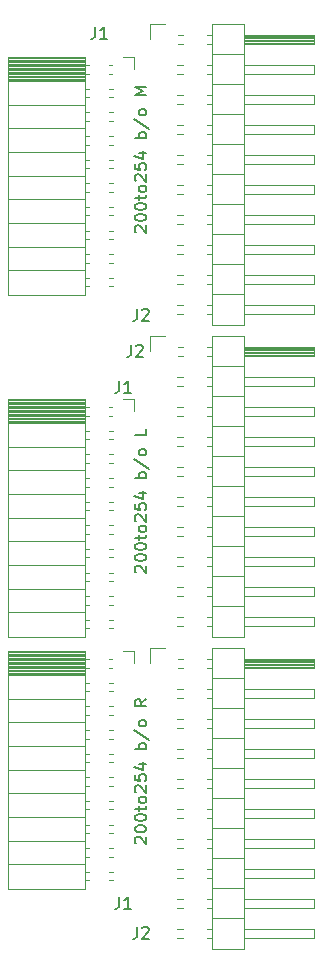
<source format=gbr>
%TF.GenerationSoftware,KiCad,Pcbnew,5.1.10*%
%TF.CreationDate,2021-05-25T21:42:46+02:00*%
%TF.ProjectId,ebaz_200to254,6562617a-5f32-4303-9074-6f3235342e6b,rev?*%
%TF.SameCoordinates,Original*%
%TF.FileFunction,Legend,Top*%
%TF.FilePolarity,Positive*%
%FSLAX46Y46*%
G04 Gerber Fmt 4.6, Leading zero omitted, Abs format (unit mm)*
G04 Created by KiCad (PCBNEW 5.1.10) date 2021-05-25 21:42:46*
%MOMM*%
%LPD*%
G01*
G04 APERTURE LIST*
%ADD10C,0.150000*%
%ADD11C,0.120000*%
G04 APERTURE END LIST*
D10*
X136199619Y-101091238D02*
X136152000Y-101043619D01*
X136104380Y-100948380D01*
X136104380Y-100710285D01*
X136152000Y-100615047D01*
X136199619Y-100567428D01*
X136294857Y-100519809D01*
X136390095Y-100519809D01*
X136532952Y-100567428D01*
X137104380Y-101138857D01*
X137104380Y-100519809D01*
X136104380Y-99900761D02*
X136104380Y-99805523D01*
X136152000Y-99710285D01*
X136199619Y-99662666D01*
X136294857Y-99615047D01*
X136485333Y-99567428D01*
X136723428Y-99567428D01*
X136913904Y-99615047D01*
X137009142Y-99662666D01*
X137056761Y-99710285D01*
X137104380Y-99805523D01*
X137104380Y-99900761D01*
X137056761Y-99996000D01*
X137009142Y-100043619D01*
X136913904Y-100091238D01*
X136723428Y-100138857D01*
X136485333Y-100138857D01*
X136294857Y-100091238D01*
X136199619Y-100043619D01*
X136152000Y-99996000D01*
X136104380Y-99900761D01*
X136104380Y-98948380D02*
X136104380Y-98853142D01*
X136152000Y-98757904D01*
X136199619Y-98710285D01*
X136294857Y-98662666D01*
X136485333Y-98615047D01*
X136723428Y-98615047D01*
X136913904Y-98662666D01*
X137009142Y-98710285D01*
X137056761Y-98757904D01*
X137104380Y-98853142D01*
X137104380Y-98948380D01*
X137056761Y-99043619D01*
X137009142Y-99091238D01*
X136913904Y-99138857D01*
X136723428Y-99186476D01*
X136485333Y-99186476D01*
X136294857Y-99138857D01*
X136199619Y-99091238D01*
X136152000Y-99043619D01*
X136104380Y-98948380D01*
X136437714Y-98329333D02*
X136437714Y-97948380D01*
X136104380Y-98186476D02*
X136961523Y-98186476D01*
X137056761Y-98138857D01*
X137104380Y-98043619D01*
X137104380Y-97948380D01*
X137104380Y-97472190D02*
X137056761Y-97567428D01*
X137009142Y-97615047D01*
X136913904Y-97662666D01*
X136628190Y-97662666D01*
X136532952Y-97615047D01*
X136485333Y-97567428D01*
X136437714Y-97472190D01*
X136437714Y-97329333D01*
X136485333Y-97234095D01*
X136532952Y-97186476D01*
X136628190Y-97138857D01*
X136913904Y-97138857D01*
X137009142Y-97186476D01*
X137056761Y-97234095D01*
X137104380Y-97329333D01*
X137104380Y-97472190D01*
X136199619Y-96757904D02*
X136152000Y-96710285D01*
X136104380Y-96615047D01*
X136104380Y-96376952D01*
X136152000Y-96281714D01*
X136199619Y-96234095D01*
X136294857Y-96186476D01*
X136390095Y-96186476D01*
X136532952Y-96234095D01*
X137104380Y-96805523D01*
X137104380Y-96186476D01*
X136104380Y-95281714D02*
X136104380Y-95757904D01*
X136580571Y-95805523D01*
X136532952Y-95757904D01*
X136485333Y-95662666D01*
X136485333Y-95424571D01*
X136532952Y-95329333D01*
X136580571Y-95281714D01*
X136675809Y-95234095D01*
X136913904Y-95234095D01*
X137009142Y-95281714D01*
X137056761Y-95329333D01*
X137104380Y-95424571D01*
X137104380Y-95662666D01*
X137056761Y-95757904D01*
X137009142Y-95805523D01*
X136437714Y-94376952D02*
X137104380Y-94376952D01*
X136056761Y-94615047D02*
X136771047Y-94853142D01*
X136771047Y-94234095D01*
X137104380Y-93091238D02*
X136104380Y-93091238D01*
X136485333Y-93091238D02*
X136437714Y-92996000D01*
X136437714Y-92805523D01*
X136485333Y-92710285D01*
X136532952Y-92662666D01*
X136628190Y-92615047D01*
X136913904Y-92615047D01*
X137009142Y-92662666D01*
X137056761Y-92710285D01*
X137104380Y-92805523D01*
X137104380Y-92996000D01*
X137056761Y-93091238D01*
X136056761Y-91472190D02*
X137342476Y-92329333D01*
X137104380Y-90996000D02*
X137056761Y-91091238D01*
X137009142Y-91138857D01*
X136913904Y-91186476D01*
X136628190Y-91186476D01*
X136532952Y-91138857D01*
X136485333Y-91091238D01*
X136437714Y-90996000D01*
X136437714Y-90853142D01*
X136485333Y-90757904D01*
X136532952Y-90710285D01*
X136628190Y-90662666D01*
X136913904Y-90662666D01*
X137009142Y-90710285D01*
X137056761Y-90757904D01*
X137104380Y-90853142D01*
X137104380Y-90996000D01*
X137104380Y-88900761D02*
X136628190Y-89234095D01*
X137104380Y-89472190D02*
X136104380Y-89472190D01*
X136104380Y-89091238D01*
X136152000Y-88996000D01*
X136199619Y-88948380D01*
X136294857Y-88900761D01*
X136437714Y-88900761D01*
X136532952Y-88948380D01*
X136580571Y-88996000D01*
X136628190Y-89091238D01*
X136628190Y-89472190D01*
X136199619Y-78136000D02*
X136152000Y-78088380D01*
X136104380Y-77993142D01*
X136104380Y-77755047D01*
X136152000Y-77659809D01*
X136199619Y-77612190D01*
X136294857Y-77564571D01*
X136390095Y-77564571D01*
X136532952Y-77612190D01*
X137104380Y-78183619D01*
X137104380Y-77564571D01*
X136104380Y-76945523D02*
X136104380Y-76850285D01*
X136152000Y-76755047D01*
X136199619Y-76707428D01*
X136294857Y-76659809D01*
X136485333Y-76612190D01*
X136723428Y-76612190D01*
X136913904Y-76659809D01*
X137009142Y-76707428D01*
X137056761Y-76755047D01*
X137104380Y-76850285D01*
X137104380Y-76945523D01*
X137056761Y-77040761D01*
X137009142Y-77088380D01*
X136913904Y-77136000D01*
X136723428Y-77183619D01*
X136485333Y-77183619D01*
X136294857Y-77136000D01*
X136199619Y-77088380D01*
X136152000Y-77040761D01*
X136104380Y-76945523D01*
X136104380Y-75993142D02*
X136104380Y-75897904D01*
X136152000Y-75802666D01*
X136199619Y-75755047D01*
X136294857Y-75707428D01*
X136485333Y-75659809D01*
X136723428Y-75659809D01*
X136913904Y-75707428D01*
X137009142Y-75755047D01*
X137056761Y-75802666D01*
X137104380Y-75897904D01*
X137104380Y-75993142D01*
X137056761Y-76088380D01*
X137009142Y-76136000D01*
X136913904Y-76183619D01*
X136723428Y-76231238D01*
X136485333Y-76231238D01*
X136294857Y-76183619D01*
X136199619Y-76136000D01*
X136152000Y-76088380D01*
X136104380Y-75993142D01*
X136437714Y-75374095D02*
X136437714Y-74993142D01*
X136104380Y-75231238D02*
X136961523Y-75231238D01*
X137056761Y-75183619D01*
X137104380Y-75088380D01*
X137104380Y-74993142D01*
X137104380Y-74516952D02*
X137056761Y-74612190D01*
X137009142Y-74659809D01*
X136913904Y-74707428D01*
X136628190Y-74707428D01*
X136532952Y-74659809D01*
X136485333Y-74612190D01*
X136437714Y-74516952D01*
X136437714Y-74374095D01*
X136485333Y-74278857D01*
X136532952Y-74231238D01*
X136628190Y-74183619D01*
X136913904Y-74183619D01*
X137009142Y-74231238D01*
X137056761Y-74278857D01*
X137104380Y-74374095D01*
X137104380Y-74516952D01*
X136199619Y-73802666D02*
X136152000Y-73755047D01*
X136104380Y-73659809D01*
X136104380Y-73421714D01*
X136152000Y-73326476D01*
X136199619Y-73278857D01*
X136294857Y-73231238D01*
X136390095Y-73231238D01*
X136532952Y-73278857D01*
X137104380Y-73850285D01*
X137104380Y-73231238D01*
X136104380Y-72326476D02*
X136104380Y-72802666D01*
X136580571Y-72850285D01*
X136532952Y-72802666D01*
X136485333Y-72707428D01*
X136485333Y-72469333D01*
X136532952Y-72374095D01*
X136580571Y-72326476D01*
X136675809Y-72278857D01*
X136913904Y-72278857D01*
X137009142Y-72326476D01*
X137056761Y-72374095D01*
X137104380Y-72469333D01*
X137104380Y-72707428D01*
X137056761Y-72802666D01*
X137009142Y-72850285D01*
X136437714Y-71421714D02*
X137104380Y-71421714D01*
X136056761Y-71659809D02*
X136771047Y-71897904D01*
X136771047Y-71278857D01*
X137104380Y-70136000D02*
X136104380Y-70136000D01*
X136485333Y-70136000D02*
X136437714Y-70040761D01*
X136437714Y-69850285D01*
X136485333Y-69755047D01*
X136532952Y-69707428D01*
X136628190Y-69659809D01*
X136913904Y-69659809D01*
X137009142Y-69707428D01*
X137056761Y-69755047D01*
X137104380Y-69850285D01*
X137104380Y-70040761D01*
X137056761Y-70136000D01*
X136056761Y-68516952D02*
X137342476Y-69374095D01*
X137104380Y-68040761D02*
X137056761Y-68136000D01*
X137009142Y-68183619D01*
X136913904Y-68231238D01*
X136628190Y-68231238D01*
X136532952Y-68183619D01*
X136485333Y-68136000D01*
X136437714Y-68040761D01*
X136437714Y-67897904D01*
X136485333Y-67802666D01*
X136532952Y-67755047D01*
X136628190Y-67707428D01*
X136913904Y-67707428D01*
X137009142Y-67755047D01*
X137056761Y-67802666D01*
X137104380Y-67897904D01*
X137104380Y-68040761D01*
X137104380Y-66040761D02*
X137104380Y-66516952D01*
X136104380Y-66516952D01*
X136199619Y-49346666D02*
X136152000Y-49299047D01*
X136104380Y-49203809D01*
X136104380Y-48965714D01*
X136152000Y-48870476D01*
X136199619Y-48822857D01*
X136294857Y-48775238D01*
X136390095Y-48775238D01*
X136532952Y-48822857D01*
X137104380Y-49394285D01*
X137104380Y-48775238D01*
X136104380Y-48156190D02*
X136104380Y-48060952D01*
X136152000Y-47965714D01*
X136199619Y-47918095D01*
X136294857Y-47870476D01*
X136485333Y-47822857D01*
X136723428Y-47822857D01*
X136913904Y-47870476D01*
X137009142Y-47918095D01*
X137056761Y-47965714D01*
X137104380Y-48060952D01*
X137104380Y-48156190D01*
X137056761Y-48251428D01*
X137009142Y-48299047D01*
X136913904Y-48346666D01*
X136723428Y-48394285D01*
X136485333Y-48394285D01*
X136294857Y-48346666D01*
X136199619Y-48299047D01*
X136152000Y-48251428D01*
X136104380Y-48156190D01*
X136104380Y-47203809D02*
X136104380Y-47108571D01*
X136152000Y-47013333D01*
X136199619Y-46965714D01*
X136294857Y-46918095D01*
X136485333Y-46870476D01*
X136723428Y-46870476D01*
X136913904Y-46918095D01*
X137009142Y-46965714D01*
X137056761Y-47013333D01*
X137104380Y-47108571D01*
X137104380Y-47203809D01*
X137056761Y-47299047D01*
X137009142Y-47346666D01*
X136913904Y-47394285D01*
X136723428Y-47441904D01*
X136485333Y-47441904D01*
X136294857Y-47394285D01*
X136199619Y-47346666D01*
X136152000Y-47299047D01*
X136104380Y-47203809D01*
X136437714Y-46584761D02*
X136437714Y-46203809D01*
X136104380Y-46441904D02*
X136961523Y-46441904D01*
X137056761Y-46394285D01*
X137104380Y-46299047D01*
X137104380Y-46203809D01*
X137104380Y-45727619D02*
X137056761Y-45822857D01*
X137009142Y-45870476D01*
X136913904Y-45918095D01*
X136628190Y-45918095D01*
X136532952Y-45870476D01*
X136485333Y-45822857D01*
X136437714Y-45727619D01*
X136437714Y-45584761D01*
X136485333Y-45489523D01*
X136532952Y-45441904D01*
X136628190Y-45394285D01*
X136913904Y-45394285D01*
X137009142Y-45441904D01*
X137056761Y-45489523D01*
X137104380Y-45584761D01*
X137104380Y-45727619D01*
X136199619Y-45013333D02*
X136152000Y-44965714D01*
X136104380Y-44870476D01*
X136104380Y-44632380D01*
X136152000Y-44537142D01*
X136199619Y-44489523D01*
X136294857Y-44441904D01*
X136390095Y-44441904D01*
X136532952Y-44489523D01*
X137104380Y-45060952D01*
X137104380Y-44441904D01*
X136104380Y-43537142D02*
X136104380Y-44013333D01*
X136580571Y-44060952D01*
X136532952Y-44013333D01*
X136485333Y-43918095D01*
X136485333Y-43680000D01*
X136532952Y-43584761D01*
X136580571Y-43537142D01*
X136675809Y-43489523D01*
X136913904Y-43489523D01*
X137009142Y-43537142D01*
X137056761Y-43584761D01*
X137104380Y-43680000D01*
X137104380Y-43918095D01*
X137056761Y-44013333D01*
X137009142Y-44060952D01*
X136437714Y-42632380D02*
X137104380Y-42632380D01*
X136056761Y-42870476D02*
X136771047Y-43108571D01*
X136771047Y-42489523D01*
X137104380Y-41346666D02*
X136104380Y-41346666D01*
X136485333Y-41346666D02*
X136437714Y-41251428D01*
X136437714Y-41060952D01*
X136485333Y-40965714D01*
X136532952Y-40918095D01*
X136628190Y-40870476D01*
X136913904Y-40870476D01*
X137009142Y-40918095D01*
X137056761Y-40965714D01*
X137104380Y-41060952D01*
X137104380Y-41251428D01*
X137056761Y-41346666D01*
X136056761Y-39727619D02*
X137342476Y-40584761D01*
X137104380Y-39251428D02*
X137056761Y-39346666D01*
X137009142Y-39394285D01*
X136913904Y-39441904D01*
X136628190Y-39441904D01*
X136532952Y-39394285D01*
X136485333Y-39346666D01*
X136437714Y-39251428D01*
X136437714Y-39108571D01*
X136485333Y-39013333D01*
X136532952Y-38965714D01*
X136628190Y-38918095D01*
X136913904Y-38918095D01*
X137009142Y-38965714D01*
X137056761Y-39013333D01*
X137104380Y-39108571D01*
X137104380Y-39251428D01*
X137104380Y-37727619D02*
X136104380Y-37727619D01*
X136818666Y-37394285D01*
X136104380Y-37060952D01*
X137104380Y-37060952D01*
D11*
%TO.C,J1*%
X135096000Y-84792000D02*
X136031000Y-84792000D01*
X136031000Y-84792000D02*
X136031000Y-85852000D01*
X125416000Y-84792000D02*
X125416000Y-104912000D01*
X125416000Y-104912000D02*
X131886000Y-104912000D01*
X131886000Y-84792000D02*
X131886000Y-104912000D01*
X125416000Y-84792000D02*
X131886000Y-84792000D01*
X125416000Y-102852000D02*
X131886000Y-102852000D01*
X125416000Y-100852000D02*
X131886000Y-100852000D01*
X125416000Y-98852000D02*
X131886000Y-98852000D01*
X125416000Y-96852000D02*
X131886000Y-96852000D01*
X125416000Y-94852000D02*
X131886000Y-94852000D01*
X125416000Y-92852000D02*
X131886000Y-92852000D01*
X125416000Y-90852000D02*
X131886000Y-90852000D01*
X125416000Y-88852000D02*
X131886000Y-88852000D01*
X125416000Y-86852000D02*
X131886000Y-86852000D01*
X133958917Y-104212000D02*
X134233083Y-104212000D01*
X131886000Y-104212000D02*
X132233083Y-104212000D01*
X133958917Y-103492000D02*
X134233083Y-103492000D01*
X131886000Y-103492000D02*
X132233083Y-103492000D01*
X133958917Y-102212000D02*
X134233083Y-102212000D01*
X131886000Y-102212000D02*
X132233083Y-102212000D01*
X133958917Y-101492000D02*
X134233083Y-101492000D01*
X131886000Y-101492000D02*
X132233083Y-101492000D01*
X133958917Y-100212000D02*
X134233083Y-100212000D01*
X131886000Y-100212000D02*
X132233083Y-100212000D01*
X133958917Y-99492000D02*
X134233083Y-99492000D01*
X131886000Y-99492000D02*
X132233083Y-99492000D01*
X133958917Y-98212000D02*
X134233083Y-98212000D01*
X131886000Y-98212000D02*
X132233083Y-98212000D01*
X133958917Y-97492000D02*
X134233083Y-97492000D01*
X131886000Y-97492000D02*
X132233083Y-97492000D01*
X133958917Y-96212000D02*
X134233083Y-96212000D01*
X131886000Y-96212000D02*
X132233083Y-96212000D01*
X133958917Y-95492000D02*
X134233083Y-95492000D01*
X131886000Y-95492000D02*
X132233083Y-95492000D01*
X133958917Y-94212000D02*
X134233083Y-94212000D01*
X131886000Y-94212000D02*
X132233083Y-94212000D01*
X133958917Y-93492000D02*
X134233083Y-93492000D01*
X131886000Y-93492000D02*
X132233083Y-93492000D01*
X133958917Y-92212000D02*
X134233083Y-92212000D01*
X131886000Y-92212000D02*
X132233083Y-92212000D01*
X133958917Y-91492000D02*
X134233083Y-91492000D01*
X131886000Y-91492000D02*
X132233083Y-91492000D01*
X133958917Y-90212000D02*
X134233083Y-90212000D01*
X131886000Y-90212000D02*
X132233083Y-90212000D01*
X133958917Y-89492000D02*
X134233083Y-89492000D01*
X131886000Y-89492000D02*
X132233083Y-89492000D01*
X133958917Y-88212000D02*
X134233083Y-88212000D01*
X131886000Y-88212000D02*
X132233083Y-88212000D01*
X133958917Y-87492000D02*
X134233083Y-87492000D01*
X131886000Y-87492000D02*
X132233083Y-87492000D01*
X133958917Y-86212000D02*
X134161000Y-86212000D01*
X131886000Y-86212000D02*
X132233083Y-86212000D01*
X133958917Y-85492000D02*
X134161000Y-85492000D01*
X131886000Y-85492000D02*
X132233083Y-85492000D01*
X125416000Y-86737888D02*
X131886000Y-86737888D01*
X125416000Y-86623770D02*
X131886000Y-86623770D01*
X125416000Y-86509652D02*
X131886000Y-86509652D01*
X125416000Y-86395534D02*
X131886000Y-86395534D01*
X125416000Y-86281416D02*
X131886000Y-86281416D01*
X125416000Y-86167298D02*
X131886000Y-86167298D01*
X125416000Y-86053180D02*
X131886000Y-86053180D01*
X125416000Y-85939062D02*
X131886000Y-85939062D01*
X125416000Y-85824944D02*
X131886000Y-85824944D01*
X125416000Y-85710826D02*
X131886000Y-85710826D01*
X125416000Y-85596708D02*
X131886000Y-85596708D01*
X125416000Y-85482590D02*
X131886000Y-85482590D01*
X125416000Y-85368472D02*
X131886000Y-85368472D01*
X125416000Y-85254354D02*
X131886000Y-85254354D01*
X125416000Y-85140236D02*
X131886000Y-85140236D01*
X125416000Y-85026118D02*
X131886000Y-85026118D01*
X125416000Y-84912000D02*
X131886000Y-84912000D01*
%TO.C,J2*%
X137414000Y-84582000D02*
X138684000Y-84582000D01*
X137414000Y-85852000D02*
X137414000Y-84582000D01*
X139726929Y-109092000D02*
X140181071Y-109092000D01*
X139726929Y-108332000D02*
X140181071Y-108332000D01*
X142266929Y-109092000D02*
X142664000Y-109092000D01*
X142266929Y-108332000D02*
X142664000Y-108332000D01*
X151324000Y-109092000D02*
X145324000Y-109092000D01*
X151324000Y-108332000D02*
X151324000Y-109092000D01*
X145324000Y-108332000D02*
X151324000Y-108332000D01*
X142664000Y-107442000D02*
X145324000Y-107442000D01*
X139726929Y-106552000D02*
X140181071Y-106552000D01*
X139726929Y-105792000D02*
X140181071Y-105792000D01*
X142266929Y-106552000D02*
X142664000Y-106552000D01*
X142266929Y-105792000D02*
X142664000Y-105792000D01*
X151324000Y-106552000D02*
X145324000Y-106552000D01*
X151324000Y-105792000D02*
X151324000Y-106552000D01*
X145324000Y-105792000D02*
X151324000Y-105792000D01*
X142664000Y-104902000D02*
X145324000Y-104902000D01*
X139726929Y-104012000D02*
X140181071Y-104012000D01*
X139726929Y-103252000D02*
X140181071Y-103252000D01*
X142266929Y-104012000D02*
X142664000Y-104012000D01*
X142266929Y-103252000D02*
X142664000Y-103252000D01*
X151324000Y-104012000D02*
X145324000Y-104012000D01*
X151324000Y-103252000D02*
X151324000Y-104012000D01*
X145324000Y-103252000D02*
X151324000Y-103252000D01*
X142664000Y-102362000D02*
X145324000Y-102362000D01*
X139726929Y-101472000D02*
X140181071Y-101472000D01*
X139726929Y-100712000D02*
X140181071Y-100712000D01*
X142266929Y-101472000D02*
X142664000Y-101472000D01*
X142266929Y-100712000D02*
X142664000Y-100712000D01*
X151324000Y-101472000D02*
X145324000Y-101472000D01*
X151324000Y-100712000D02*
X151324000Y-101472000D01*
X145324000Y-100712000D02*
X151324000Y-100712000D01*
X142664000Y-99822000D02*
X145324000Y-99822000D01*
X139726929Y-98932000D02*
X140181071Y-98932000D01*
X139726929Y-98172000D02*
X140181071Y-98172000D01*
X142266929Y-98932000D02*
X142664000Y-98932000D01*
X142266929Y-98172000D02*
X142664000Y-98172000D01*
X151324000Y-98932000D02*
X145324000Y-98932000D01*
X151324000Y-98172000D02*
X151324000Y-98932000D01*
X145324000Y-98172000D02*
X151324000Y-98172000D01*
X142664000Y-97282000D02*
X145324000Y-97282000D01*
X139726929Y-96392000D02*
X140181071Y-96392000D01*
X139726929Y-95632000D02*
X140181071Y-95632000D01*
X142266929Y-96392000D02*
X142664000Y-96392000D01*
X142266929Y-95632000D02*
X142664000Y-95632000D01*
X151324000Y-96392000D02*
X145324000Y-96392000D01*
X151324000Y-95632000D02*
X151324000Y-96392000D01*
X145324000Y-95632000D02*
X151324000Y-95632000D01*
X142664000Y-94742000D02*
X145324000Y-94742000D01*
X139726929Y-93852000D02*
X140181071Y-93852000D01*
X139726929Y-93092000D02*
X140181071Y-93092000D01*
X142266929Y-93852000D02*
X142664000Y-93852000D01*
X142266929Y-93092000D02*
X142664000Y-93092000D01*
X151324000Y-93852000D02*
X145324000Y-93852000D01*
X151324000Y-93092000D02*
X151324000Y-93852000D01*
X145324000Y-93092000D02*
X151324000Y-93092000D01*
X142664000Y-92202000D02*
X145324000Y-92202000D01*
X139726929Y-91312000D02*
X140181071Y-91312000D01*
X139726929Y-90552000D02*
X140181071Y-90552000D01*
X142266929Y-91312000D02*
X142664000Y-91312000D01*
X142266929Y-90552000D02*
X142664000Y-90552000D01*
X151324000Y-91312000D02*
X145324000Y-91312000D01*
X151324000Y-90552000D02*
X151324000Y-91312000D01*
X145324000Y-90552000D02*
X151324000Y-90552000D01*
X142664000Y-89662000D02*
X145324000Y-89662000D01*
X139726929Y-88772000D02*
X140181071Y-88772000D01*
X139726929Y-88012000D02*
X140181071Y-88012000D01*
X142266929Y-88772000D02*
X142664000Y-88772000D01*
X142266929Y-88012000D02*
X142664000Y-88012000D01*
X151324000Y-88772000D02*
X145324000Y-88772000D01*
X151324000Y-88012000D02*
X151324000Y-88772000D01*
X145324000Y-88012000D02*
X151324000Y-88012000D01*
X142664000Y-87122000D02*
X145324000Y-87122000D01*
X139794000Y-86232000D02*
X140181071Y-86232000D01*
X139794000Y-85472000D02*
X140181071Y-85472000D01*
X142266929Y-86232000D02*
X142664000Y-86232000D01*
X142266929Y-85472000D02*
X142664000Y-85472000D01*
X145324000Y-86132000D02*
X151324000Y-86132000D01*
X145324000Y-86012000D02*
X151324000Y-86012000D01*
X145324000Y-85892000D02*
X151324000Y-85892000D01*
X145324000Y-85772000D02*
X151324000Y-85772000D01*
X145324000Y-85652000D02*
X151324000Y-85652000D01*
X145324000Y-85532000D02*
X151324000Y-85532000D01*
X151324000Y-86232000D02*
X145324000Y-86232000D01*
X151324000Y-85472000D02*
X151324000Y-86232000D01*
X145324000Y-85472000D02*
X151324000Y-85472000D01*
X145324000Y-84522000D02*
X142664000Y-84522000D01*
X145324000Y-110042000D02*
X145324000Y-84522000D01*
X142664000Y-110042000D02*
X145324000Y-110042000D01*
X142664000Y-84522000D02*
X142664000Y-110042000D01*
X137414000Y-58166000D02*
X138684000Y-58166000D01*
X137414000Y-59436000D02*
X137414000Y-58166000D01*
X139726929Y-82676000D02*
X140181071Y-82676000D01*
X139726929Y-81916000D02*
X140181071Y-81916000D01*
X142266929Y-82676000D02*
X142664000Y-82676000D01*
X142266929Y-81916000D02*
X142664000Y-81916000D01*
X151324000Y-82676000D02*
X145324000Y-82676000D01*
X151324000Y-81916000D02*
X151324000Y-82676000D01*
X145324000Y-81916000D02*
X151324000Y-81916000D01*
X142664000Y-81026000D02*
X145324000Y-81026000D01*
X139726929Y-80136000D02*
X140181071Y-80136000D01*
X139726929Y-79376000D02*
X140181071Y-79376000D01*
X142266929Y-80136000D02*
X142664000Y-80136000D01*
X142266929Y-79376000D02*
X142664000Y-79376000D01*
X151324000Y-80136000D02*
X145324000Y-80136000D01*
X151324000Y-79376000D02*
X151324000Y-80136000D01*
X145324000Y-79376000D02*
X151324000Y-79376000D01*
X142664000Y-78486000D02*
X145324000Y-78486000D01*
X139726929Y-77596000D02*
X140181071Y-77596000D01*
X139726929Y-76836000D02*
X140181071Y-76836000D01*
X142266929Y-77596000D02*
X142664000Y-77596000D01*
X142266929Y-76836000D02*
X142664000Y-76836000D01*
X151324000Y-77596000D02*
X145324000Y-77596000D01*
X151324000Y-76836000D02*
X151324000Y-77596000D01*
X145324000Y-76836000D02*
X151324000Y-76836000D01*
X142664000Y-75946000D02*
X145324000Y-75946000D01*
X139726929Y-75056000D02*
X140181071Y-75056000D01*
X139726929Y-74296000D02*
X140181071Y-74296000D01*
X142266929Y-75056000D02*
X142664000Y-75056000D01*
X142266929Y-74296000D02*
X142664000Y-74296000D01*
X151324000Y-75056000D02*
X145324000Y-75056000D01*
X151324000Y-74296000D02*
X151324000Y-75056000D01*
X145324000Y-74296000D02*
X151324000Y-74296000D01*
X142664000Y-73406000D02*
X145324000Y-73406000D01*
X139726929Y-72516000D02*
X140181071Y-72516000D01*
X139726929Y-71756000D02*
X140181071Y-71756000D01*
X142266929Y-72516000D02*
X142664000Y-72516000D01*
X142266929Y-71756000D02*
X142664000Y-71756000D01*
X151324000Y-72516000D02*
X145324000Y-72516000D01*
X151324000Y-71756000D02*
X151324000Y-72516000D01*
X145324000Y-71756000D02*
X151324000Y-71756000D01*
X142664000Y-70866000D02*
X145324000Y-70866000D01*
X139726929Y-69976000D02*
X140181071Y-69976000D01*
X139726929Y-69216000D02*
X140181071Y-69216000D01*
X142266929Y-69976000D02*
X142664000Y-69976000D01*
X142266929Y-69216000D02*
X142664000Y-69216000D01*
X151324000Y-69976000D02*
X145324000Y-69976000D01*
X151324000Y-69216000D02*
X151324000Y-69976000D01*
X145324000Y-69216000D02*
X151324000Y-69216000D01*
X142664000Y-68326000D02*
X145324000Y-68326000D01*
X139726929Y-67436000D02*
X140181071Y-67436000D01*
X139726929Y-66676000D02*
X140181071Y-66676000D01*
X142266929Y-67436000D02*
X142664000Y-67436000D01*
X142266929Y-66676000D02*
X142664000Y-66676000D01*
X151324000Y-67436000D02*
X145324000Y-67436000D01*
X151324000Y-66676000D02*
X151324000Y-67436000D01*
X145324000Y-66676000D02*
X151324000Y-66676000D01*
X142664000Y-65786000D02*
X145324000Y-65786000D01*
X139726929Y-64896000D02*
X140181071Y-64896000D01*
X139726929Y-64136000D02*
X140181071Y-64136000D01*
X142266929Y-64896000D02*
X142664000Y-64896000D01*
X142266929Y-64136000D02*
X142664000Y-64136000D01*
X151324000Y-64896000D02*
X145324000Y-64896000D01*
X151324000Y-64136000D02*
X151324000Y-64896000D01*
X145324000Y-64136000D02*
X151324000Y-64136000D01*
X142664000Y-63246000D02*
X145324000Y-63246000D01*
X139726929Y-62356000D02*
X140181071Y-62356000D01*
X139726929Y-61596000D02*
X140181071Y-61596000D01*
X142266929Y-62356000D02*
X142664000Y-62356000D01*
X142266929Y-61596000D02*
X142664000Y-61596000D01*
X151324000Y-62356000D02*
X145324000Y-62356000D01*
X151324000Y-61596000D02*
X151324000Y-62356000D01*
X145324000Y-61596000D02*
X151324000Y-61596000D01*
X142664000Y-60706000D02*
X145324000Y-60706000D01*
X139794000Y-59816000D02*
X140181071Y-59816000D01*
X139794000Y-59056000D02*
X140181071Y-59056000D01*
X142266929Y-59816000D02*
X142664000Y-59816000D01*
X142266929Y-59056000D02*
X142664000Y-59056000D01*
X145324000Y-59716000D02*
X151324000Y-59716000D01*
X145324000Y-59596000D02*
X151324000Y-59596000D01*
X145324000Y-59476000D02*
X151324000Y-59476000D01*
X145324000Y-59356000D02*
X151324000Y-59356000D01*
X145324000Y-59236000D02*
X151324000Y-59236000D01*
X145324000Y-59116000D02*
X151324000Y-59116000D01*
X151324000Y-59816000D02*
X145324000Y-59816000D01*
X151324000Y-59056000D02*
X151324000Y-59816000D01*
X145324000Y-59056000D02*
X151324000Y-59056000D01*
X145324000Y-58106000D02*
X142664000Y-58106000D01*
X145324000Y-83626000D02*
X145324000Y-58106000D01*
X142664000Y-83626000D02*
X145324000Y-83626000D01*
X142664000Y-58106000D02*
X142664000Y-83626000D01*
%TO.C,J1*%
X135096000Y-63456000D02*
X136031000Y-63456000D01*
X136031000Y-63456000D02*
X136031000Y-64516000D01*
X125416000Y-63456000D02*
X125416000Y-83576000D01*
X125416000Y-83576000D02*
X131886000Y-83576000D01*
X131886000Y-63456000D02*
X131886000Y-83576000D01*
X125416000Y-63456000D02*
X131886000Y-63456000D01*
X125416000Y-81516000D02*
X131886000Y-81516000D01*
X125416000Y-79516000D02*
X131886000Y-79516000D01*
X125416000Y-77516000D02*
X131886000Y-77516000D01*
X125416000Y-75516000D02*
X131886000Y-75516000D01*
X125416000Y-73516000D02*
X131886000Y-73516000D01*
X125416000Y-71516000D02*
X131886000Y-71516000D01*
X125416000Y-69516000D02*
X131886000Y-69516000D01*
X125416000Y-67516000D02*
X131886000Y-67516000D01*
X125416000Y-65516000D02*
X131886000Y-65516000D01*
X133958917Y-82876000D02*
X134233083Y-82876000D01*
X131886000Y-82876000D02*
X132233083Y-82876000D01*
X133958917Y-82156000D02*
X134233083Y-82156000D01*
X131886000Y-82156000D02*
X132233083Y-82156000D01*
X133958917Y-80876000D02*
X134233083Y-80876000D01*
X131886000Y-80876000D02*
X132233083Y-80876000D01*
X133958917Y-80156000D02*
X134233083Y-80156000D01*
X131886000Y-80156000D02*
X132233083Y-80156000D01*
X133958917Y-78876000D02*
X134233083Y-78876000D01*
X131886000Y-78876000D02*
X132233083Y-78876000D01*
X133958917Y-78156000D02*
X134233083Y-78156000D01*
X131886000Y-78156000D02*
X132233083Y-78156000D01*
X133958917Y-76876000D02*
X134233083Y-76876000D01*
X131886000Y-76876000D02*
X132233083Y-76876000D01*
X133958917Y-76156000D02*
X134233083Y-76156000D01*
X131886000Y-76156000D02*
X132233083Y-76156000D01*
X133958917Y-74876000D02*
X134233083Y-74876000D01*
X131886000Y-74876000D02*
X132233083Y-74876000D01*
X133958917Y-74156000D02*
X134233083Y-74156000D01*
X131886000Y-74156000D02*
X132233083Y-74156000D01*
X133958917Y-72876000D02*
X134233083Y-72876000D01*
X131886000Y-72876000D02*
X132233083Y-72876000D01*
X133958917Y-72156000D02*
X134233083Y-72156000D01*
X131886000Y-72156000D02*
X132233083Y-72156000D01*
X133958917Y-70876000D02*
X134233083Y-70876000D01*
X131886000Y-70876000D02*
X132233083Y-70876000D01*
X133958917Y-70156000D02*
X134233083Y-70156000D01*
X131886000Y-70156000D02*
X132233083Y-70156000D01*
X133958917Y-68876000D02*
X134233083Y-68876000D01*
X131886000Y-68876000D02*
X132233083Y-68876000D01*
X133958917Y-68156000D02*
X134233083Y-68156000D01*
X131886000Y-68156000D02*
X132233083Y-68156000D01*
X133958917Y-66876000D02*
X134233083Y-66876000D01*
X131886000Y-66876000D02*
X132233083Y-66876000D01*
X133958917Y-66156000D02*
X134233083Y-66156000D01*
X131886000Y-66156000D02*
X132233083Y-66156000D01*
X133958917Y-64876000D02*
X134161000Y-64876000D01*
X131886000Y-64876000D02*
X132233083Y-64876000D01*
X133958917Y-64156000D02*
X134161000Y-64156000D01*
X131886000Y-64156000D02*
X132233083Y-64156000D01*
X125416000Y-65401888D02*
X131886000Y-65401888D01*
X125416000Y-65287770D02*
X131886000Y-65287770D01*
X125416000Y-65173652D02*
X131886000Y-65173652D01*
X125416000Y-65059534D02*
X131886000Y-65059534D01*
X125416000Y-64945416D02*
X131886000Y-64945416D01*
X125416000Y-64831298D02*
X131886000Y-64831298D01*
X125416000Y-64717180D02*
X131886000Y-64717180D01*
X125416000Y-64603062D02*
X131886000Y-64603062D01*
X125416000Y-64488944D02*
X131886000Y-64488944D01*
X125416000Y-64374826D02*
X131886000Y-64374826D01*
X125416000Y-64260708D02*
X131886000Y-64260708D01*
X125416000Y-64146590D02*
X131886000Y-64146590D01*
X125416000Y-64032472D02*
X131886000Y-64032472D01*
X125416000Y-63918354D02*
X131886000Y-63918354D01*
X125416000Y-63804236D02*
X131886000Y-63804236D01*
X125416000Y-63690118D02*
X131886000Y-63690118D01*
X125416000Y-63576000D02*
X131886000Y-63576000D01*
%TO.C,J2*%
X137414000Y-31750000D02*
X138684000Y-31750000D01*
X137414000Y-33020000D02*
X137414000Y-31750000D01*
X139726929Y-56260000D02*
X140181071Y-56260000D01*
X139726929Y-55500000D02*
X140181071Y-55500000D01*
X142266929Y-56260000D02*
X142664000Y-56260000D01*
X142266929Y-55500000D02*
X142664000Y-55500000D01*
X151324000Y-56260000D02*
X145324000Y-56260000D01*
X151324000Y-55500000D02*
X151324000Y-56260000D01*
X145324000Y-55500000D02*
X151324000Y-55500000D01*
X142664000Y-54610000D02*
X145324000Y-54610000D01*
X139726929Y-53720000D02*
X140181071Y-53720000D01*
X139726929Y-52960000D02*
X140181071Y-52960000D01*
X142266929Y-53720000D02*
X142664000Y-53720000D01*
X142266929Y-52960000D02*
X142664000Y-52960000D01*
X151324000Y-53720000D02*
X145324000Y-53720000D01*
X151324000Y-52960000D02*
X151324000Y-53720000D01*
X145324000Y-52960000D02*
X151324000Y-52960000D01*
X142664000Y-52070000D02*
X145324000Y-52070000D01*
X139726929Y-51180000D02*
X140181071Y-51180000D01*
X139726929Y-50420000D02*
X140181071Y-50420000D01*
X142266929Y-51180000D02*
X142664000Y-51180000D01*
X142266929Y-50420000D02*
X142664000Y-50420000D01*
X151324000Y-51180000D02*
X145324000Y-51180000D01*
X151324000Y-50420000D02*
X151324000Y-51180000D01*
X145324000Y-50420000D02*
X151324000Y-50420000D01*
X142664000Y-49530000D02*
X145324000Y-49530000D01*
X139726929Y-48640000D02*
X140181071Y-48640000D01*
X139726929Y-47880000D02*
X140181071Y-47880000D01*
X142266929Y-48640000D02*
X142664000Y-48640000D01*
X142266929Y-47880000D02*
X142664000Y-47880000D01*
X151324000Y-48640000D02*
X145324000Y-48640000D01*
X151324000Y-47880000D02*
X151324000Y-48640000D01*
X145324000Y-47880000D02*
X151324000Y-47880000D01*
X142664000Y-46990000D02*
X145324000Y-46990000D01*
X139726929Y-46100000D02*
X140181071Y-46100000D01*
X139726929Y-45340000D02*
X140181071Y-45340000D01*
X142266929Y-46100000D02*
X142664000Y-46100000D01*
X142266929Y-45340000D02*
X142664000Y-45340000D01*
X151324000Y-46100000D02*
X145324000Y-46100000D01*
X151324000Y-45340000D02*
X151324000Y-46100000D01*
X145324000Y-45340000D02*
X151324000Y-45340000D01*
X142664000Y-44450000D02*
X145324000Y-44450000D01*
X139726929Y-43560000D02*
X140181071Y-43560000D01*
X139726929Y-42800000D02*
X140181071Y-42800000D01*
X142266929Y-43560000D02*
X142664000Y-43560000D01*
X142266929Y-42800000D02*
X142664000Y-42800000D01*
X151324000Y-43560000D02*
X145324000Y-43560000D01*
X151324000Y-42800000D02*
X151324000Y-43560000D01*
X145324000Y-42800000D02*
X151324000Y-42800000D01*
X142664000Y-41910000D02*
X145324000Y-41910000D01*
X139726929Y-41020000D02*
X140181071Y-41020000D01*
X139726929Y-40260000D02*
X140181071Y-40260000D01*
X142266929Y-41020000D02*
X142664000Y-41020000D01*
X142266929Y-40260000D02*
X142664000Y-40260000D01*
X151324000Y-41020000D02*
X145324000Y-41020000D01*
X151324000Y-40260000D02*
X151324000Y-41020000D01*
X145324000Y-40260000D02*
X151324000Y-40260000D01*
X142664000Y-39370000D02*
X145324000Y-39370000D01*
X139726929Y-38480000D02*
X140181071Y-38480000D01*
X139726929Y-37720000D02*
X140181071Y-37720000D01*
X142266929Y-38480000D02*
X142664000Y-38480000D01*
X142266929Y-37720000D02*
X142664000Y-37720000D01*
X151324000Y-38480000D02*
X145324000Y-38480000D01*
X151324000Y-37720000D02*
X151324000Y-38480000D01*
X145324000Y-37720000D02*
X151324000Y-37720000D01*
X142664000Y-36830000D02*
X145324000Y-36830000D01*
X139726929Y-35940000D02*
X140181071Y-35940000D01*
X139726929Y-35180000D02*
X140181071Y-35180000D01*
X142266929Y-35940000D02*
X142664000Y-35940000D01*
X142266929Y-35180000D02*
X142664000Y-35180000D01*
X151324000Y-35940000D02*
X145324000Y-35940000D01*
X151324000Y-35180000D02*
X151324000Y-35940000D01*
X145324000Y-35180000D02*
X151324000Y-35180000D01*
X142664000Y-34290000D02*
X145324000Y-34290000D01*
X139794000Y-33400000D02*
X140181071Y-33400000D01*
X139794000Y-32640000D02*
X140181071Y-32640000D01*
X142266929Y-33400000D02*
X142664000Y-33400000D01*
X142266929Y-32640000D02*
X142664000Y-32640000D01*
X145324000Y-33300000D02*
X151324000Y-33300000D01*
X145324000Y-33180000D02*
X151324000Y-33180000D01*
X145324000Y-33060000D02*
X151324000Y-33060000D01*
X145324000Y-32940000D02*
X151324000Y-32940000D01*
X145324000Y-32820000D02*
X151324000Y-32820000D01*
X145324000Y-32700000D02*
X151324000Y-32700000D01*
X151324000Y-33400000D02*
X145324000Y-33400000D01*
X151324000Y-32640000D02*
X151324000Y-33400000D01*
X145324000Y-32640000D02*
X151324000Y-32640000D01*
X145324000Y-31690000D02*
X142664000Y-31690000D01*
X145324000Y-57210000D02*
X145324000Y-31690000D01*
X142664000Y-57210000D02*
X145324000Y-57210000D01*
X142664000Y-31690000D02*
X142664000Y-57210000D01*
%TO.C,J1*%
X135096000Y-34500000D02*
X136031000Y-34500000D01*
X136031000Y-34500000D02*
X136031000Y-35560000D01*
X125416000Y-34500000D02*
X125416000Y-54620000D01*
X125416000Y-54620000D02*
X131886000Y-54620000D01*
X131886000Y-34500000D02*
X131886000Y-54620000D01*
X125416000Y-34500000D02*
X131886000Y-34500000D01*
X125416000Y-52560000D02*
X131886000Y-52560000D01*
X125416000Y-50560000D02*
X131886000Y-50560000D01*
X125416000Y-48560000D02*
X131886000Y-48560000D01*
X125416000Y-46560000D02*
X131886000Y-46560000D01*
X125416000Y-44560000D02*
X131886000Y-44560000D01*
X125416000Y-42560000D02*
X131886000Y-42560000D01*
X125416000Y-40560000D02*
X131886000Y-40560000D01*
X125416000Y-38560000D02*
X131886000Y-38560000D01*
X125416000Y-36560000D02*
X131886000Y-36560000D01*
X133958917Y-53920000D02*
X134233083Y-53920000D01*
X131886000Y-53920000D02*
X132233083Y-53920000D01*
X133958917Y-53200000D02*
X134233083Y-53200000D01*
X131886000Y-53200000D02*
X132233083Y-53200000D01*
X133958917Y-51920000D02*
X134233083Y-51920000D01*
X131886000Y-51920000D02*
X132233083Y-51920000D01*
X133958917Y-51200000D02*
X134233083Y-51200000D01*
X131886000Y-51200000D02*
X132233083Y-51200000D01*
X133958917Y-49920000D02*
X134233083Y-49920000D01*
X131886000Y-49920000D02*
X132233083Y-49920000D01*
X133958917Y-49200000D02*
X134233083Y-49200000D01*
X131886000Y-49200000D02*
X132233083Y-49200000D01*
X133958917Y-47920000D02*
X134233083Y-47920000D01*
X131886000Y-47920000D02*
X132233083Y-47920000D01*
X133958917Y-47200000D02*
X134233083Y-47200000D01*
X131886000Y-47200000D02*
X132233083Y-47200000D01*
X133958917Y-45920000D02*
X134233083Y-45920000D01*
X131886000Y-45920000D02*
X132233083Y-45920000D01*
X133958917Y-45200000D02*
X134233083Y-45200000D01*
X131886000Y-45200000D02*
X132233083Y-45200000D01*
X133958917Y-43920000D02*
X134233083Y-43920000D01*
X131886000Y-43920000D02*
X132233083Y-43920000D01*
X133958917Y-43200000D02*
X134233083Y-43200000D01*
X131886000Y-43200000D02*
X132233083Y-43200000D01*
X133958917Y-41920000D02*
X134233083Y-41920000D01*
X131886000Y-41920000D02*
X132233083Y-41920000D01*
X133958917Y-41200000D02*
X134233083Y-41200000D01*
X131886000Y-41200000D02*
X132233083Y-41200000D01*
X133958917Y-39920000D02*
X134233083Y-39920000D01*
X131886000Y-39920000D02*
X132233083Y-39920000D01*
X133958917Y-39200000D02*
X134233083Y-39200000D01*
X131886000Y-39200000D02*
X132233083Y-39200000D01*
X133958917Y-37920000D02*
X134233083Y-37920000D01*
X131886000Y-37920000D02*
X132233083Y-37920000D01*
X133958917Y-37200000D02*
X134233083Y-37200000D01*
X131886000Y-37200000D02*
X132233083Y-37200000D01*
X133958917Y-35920000D02*
X134161000Y-35920000D01*
X131886000Y-35920000D02*
X132233083Y-35920000D01*
X133958917Y-35200000D02*
X134161000Y-35200000D01*
X131886000Y-35200000D02*
X132233083Y-35200000D01*
X125416000Y-36445888D02*
X131886000Y-36445888D01*
X125416000Y-36331770D02*
X131886000Y-36331770D01*
X125416000Y-36217652D02*
X131886000Y-36217652D01*
X125416000Y-36103534D02*
X131886000Y-36103534D01*
X125416000Y-35989416D02*
X131886000Y-35989416D01*
X125416000Y-35875298D02*
X131886000Y-35875298D01*
X125416000Y-35761180D02*
X131886000Y-35761180D01*
X125416000Y-35647062D02*
X131886000Y-35647062D01*
X125416000Y-35532944D02*
X131886000Y-35532944D01*
X125416000Y-35418826D02*
X131886000Y-35418826D01*
X125416000Y-35304708D02*
X131886000Y-35304708D01*
X125416000Y-35190590D02*
X131886000Y-35190590D01*
X125416000Y-35076472D02*
X131886000Y-35076472D01*
X125416000Y-34962354D02*
X131886000Y-34962354D01*
X125416000Y-34848236D02*
X131886000Y-34848236D01*
X125416000Y-34734118D02*
X131886000Y-34734118D01*
X125416000Y-34620000D02*
X131886000Y-34620000D01*
D10*
X134794666Y-105624380D02*
X134794666Y-106338666D01*
X134747047Y-106481523D01*
X134651809Y-106576761D01*
X134508952Y-106624380D01*
X134413714Y-106624380D01*
X135794666Y-106624380D02*
X135223238Y-106624380D01*
X135508952Y-106624380D02*
X135508952Y-105624380D01*
X135413714Y-105767238D01*
X135318476Y-105862476D01*
X135223238Y-105910095D01*
%TO.C,J2*%
X136318666Y-108164380D02*
X136318666Y-108878666D01*
X136271047Y-109021523D01*
X136175809Y-109116761D01*
X136032952Y-109164380D01*
X135937714Y-109164380D01*
X136747238Y-108259619D02*
X136794857Y-108212000D01*
X136890095Y-108164380D01*
X137128190Y-108164380D01*
X137223428Y-108212000D01*
X137271047Y-108259619D01*
X137318666Y-108354857D01*
X137318666Y-108450095D01*
X137271047Y-108592952D01*
X136699619Y-109164380D01*
X137318666Y-109164380D01*
X135810666Y-58888380D02*
X135810666Y-59602666D01*
X135763047Y-59745523D01*
X135667809Y-59840761D01*
X135524952Y-59888380D01*
X135429714Y-59888380D01*
X136239238Y-58983619D02*
X136286857Y-58936000D01*
X136382095Y-58888380D01*
X136620190Y-58888380D01*
X136715428Y-58936000D01*
X136763047Y-58983619D01*
X136810666Y-59078857D01*
X136810666Y-59174095D01*
X136763047Y-59316952D01*
X136191619Y-59888380D01*
X136810666Y-59888380D01*
%TO.C,J1*%
X134794666Y-61936380D02*
X134794666Y-62650666D01*
X134747047Y-62793523D01*
X134651809Y-62888761D01*
X134508952Y-62936380D01*
X134413714Y-62936380D01*
X135794666Y-62936380D02*
X135223238Y-62936380D01*
X135508952Y-62936380D02*
X135508952Y-61936380D01*
X135413714Y-62079238D01*
X135318476Y-62174476D01*
X135223238Y-62222095D01*
%TO.C,J2*%
X136318666Y-55840380D02*
X136318666Y-56554666D01*
X136271047Y-56697523D01*
X136175809Y-56792761D01*
X136032952Y-56840380D01*
X135937714Y-56840380D01*
X136747238Y-55935619D02*
X136794857Y-55888000D01*
X136890095Y-55840380D01*
X137128190Y-55840380D01*
X137223428Y-55888000D01*
X137271047Y-55935619D01*
X137318666Y-56030857D01*
X137318666Y-56126095D01*
X137271047Y-56268952D01*
X136699619Y-56840380D01*
X137318666Y-56840380D01*
%TO.C,J1*%
X132762666Y-31964380D02*
X132762666Y-32678666D01*
X132715047Y-32821523D01*
X132619809Y-32916761D01*
X132476952Y-32964380D01*
X132381714Y-32964380D01*
X133762666Y-32964380D02*
X133191238Y-32964380D01*
X133476952Y-32964380D02*
X133476952Y-31964380D01*
X133381714Y-32107238D01*
X133286476Y-32202476D01*
X133191238Y-32250095D01*
%TD*%
M02*

</source>
